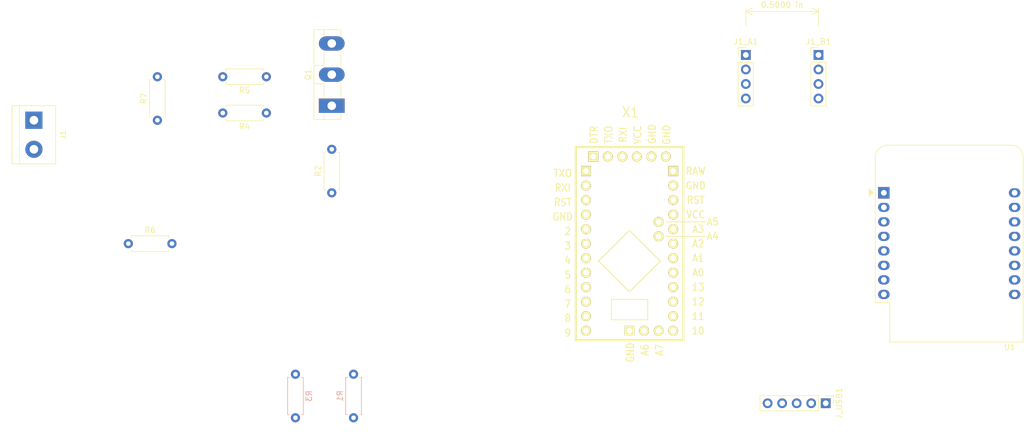
<source format=kicad_pcb>
(kicad_pcb (version 20171130) (host pcbnew 5.1.4+dfsg1-1)

  (general
    (thickness 1.6)
    (drawings 1)
    (tracks 0)
    (zones 0)
    (modules 14)
    (nets 54)
  )

  (page A4)
  (layers
    (0 F.Cu signal)
    (31 B.Cu signal)
    (32 B.Adhes user)
    (33 F.Adhes user)
    (34 B.Paste user)
    (35 F.Paste user)
    (36 B.SilkS user)
    (37 F.SilkS user)
    (38 B.Mask user)
    (39 F.Mask user)
    (40 Dwgs.User user)
    (41 Cmts.User user)
    (42 Eco1.User user)
    (43 Eco2.User user)
    (44 Edge.Cuts user)
    (45 Margin user)
    (46 B.CrtYd user)
    (47 F.CrtYd user)
    (48 B.Fab user)
    (49 F.Fab user)
  )

  (setup
    (last_trace_width 0.25)
    (trace_clearance 0.2)
    (zone_clearance 0.508)
    (zone_45_only no)
    (trace_min 0.2)
    (via_size 0.8)
    (via_drill 0.4)
    (via_min_size 0.4)
    (via_min_drill 0.3)
    (uvia_size 0.3)
    (uvia_drill 0.1)
    (uvias_allowed no)
    (uvia_min_size 0.2)
    (uvia_min_drill 0.1)
    (edge_width 0.05)
    (segment_width 0.2)
    (pcb_text_width 0.3)
    (pcb_text_size 1.5 1.5)
    (mod_edge_width 0.12)
    (mod_text_size 1 1)
    (mod_text_width 0.15)
    (pad_size 1.524 1.524)
    (pad_drill 0.762)
    (pad_to_mask_clearance 0.051)
    (solder_mask_min_width 0.25)
    (aux_axis_origin 0 0)
    (visible_elements FFFFFF7F)
    (pcbplotparams
      (layerselection 0x010fc_ffffffff)
      (usegerberextensions false)
      (usegerberattributes false)
      (usegerberadvancedattributes false)
      (creategerberjobfile false)
      (excludeedgelayer true)
      (linewidth 0.100000)
      (plotframeref false)
      (viasonmask false)
      (mode 1)
      (useauxorigin false)
      (hpglpennumber 1)
      (hpglpenspeed 20)
      (hpglpendiameter 15.000000)
      (psnegative false)
      (psa4output false)
      (plotreference true)
      (plotvalue true)
      (plotinvisibletext false)
      (padsonsilk false)
      (subtractmaskfromsilk false)
      (outputformat 1)
      (mirror false)
      (drillshape 1)
      (scaleselection 1)
      (outputdirectory ""))
  )

  (net 0 "")
  (net 1 "Net-(U1-Pad2)")
  (net 2 "Net-(U1-Pad1)")
  (net 3 "Net-(U1-Pad3)")
  (net 4 "Net-(U1-Pad4)")
  (net 5 "Net-(U1-Pad5)")
  (net 6 "Net-(U1-Pad6)")
  (net 7 "Net-(U1-Pad7)")
  (net 8 "Net-(U1-Pad11)")
  (net 9 "Net-(U1-Pad12)")
  (net 10 "Net-(U1-Pad13)")
  (net 11 "Net-(U1-Pad14)")
  (net 12 "Net-(X1-Pad12A)")
  (net 13 "Net-(X1-Pad3B)")
  (net 14 "Net-(X1-Pad1B)")
  (net 15 "Net-(X1-Pad6C)")
  (net 16 "Net-(X1-Pad5C)")
  (net 17 "Net-(X1-Pad4C)")
  (net 18 "Net-(X1-Pad3C)")
  (net 19 "Net-(X1-Pad2C)")
  (net 20 "Net-(X1-Pad1C)")
  (net 21 "Net-(X1-Pad11A)")
  (net 22 "Net-(X1-Pad9A)")
  (net 23 "Net-(X1-Pad10A)")
  (net 24 "Net-(X1-Pad6A)")
  (net 25 "Net-(X1-Pad5A)")
  (net 26 "Net-(X1-Pad7A)")
  (net 27 "Net-(X1-Pad8A)")
  (net 28 "Net-(X1-Pad3A)")
  (net 29 "Net-(X1-Pad1A)")
  (net 30 "Net-(X1-Pad3D)")
  (net 31 "Net-(X1-Pad7D)")
  (net 32 "Net-(X1-Pad5D)")
  (net 33 "Net-(X1-Pad6D)")
  (net 34 "Net-(X1-Pad11D)")
  (net 35 "Net-(X1-Pad12D)")
  (net 36 "Net-(X1-Pad5B)")
  (net 37 "Net-(X1-Pad4B)")
  (net 38 "Net-(J1-Pad1)")
  (net 39 GND)
  (net 40 "Net-(R1-Pad1)")
  (net 41 VCC)
  (net 42 "Net-(R2-Pad1)")
  (net 43 "Net-(Q1-Pad1)")
  (net 44 "Net-(Q1-Pad2)")
  (net 45 "Net-(R6-Pad2)")
  (net 46 "Net-(J1_A1-Pad3)")
  (net 47 "Net-(J1_A1-Pad2)")
  (net 48 "Net-(J1_B1-Pad3)")
  (net 49 "Net-(J1_B1-Pad2)")
  (net 50 "Net-(J1_B1-Pad1)")
  (net 51 "Net-(J_USB1-Pad4)")
  (net 52 "Net-(J_USB1-Pad3)")
  (net 53 "Net-(J_USB1-Pad2)")

  (net_class Default "Dies ist die voreingestellte Netzklasse."
    (clearance 0.2)
    (trace_width 0.25)
    (via_dia 0.8)
    (via_drill 0.4)
    (uvia_dia 0.3)
    (uvia_drill 0.1)
    (add_net GND)
    (add_net "Net-(J1-Pad1)")
    (add_net "Net-(J1_A1-Pad2)")
    (add_net "Net-(J1_A1-Pad3)")
    (add_net "Net-(J1_B1-Pad1)")
    (add_net "Net-(J1_B1-Pad2)")
    (add_net "Net-(J1_B1-Pad3)")
    (add_net "Net-(J_USB1-Pad2)")
    (add_net "Net-(J_USB1-Pad3)")
    (add_net "Net-(J_USB1-Pad4)")
    (add_net "Net-(Q1-Pad1)")
    (add_net "Net-(Q1-Pad2)")
    (add_net "Net-(R1-Pad1)")
    (add_net "Net-(R2-Pad1)")
    (add_net "Net-(R6-Pad2)")
    (add_net "Net-(U1-Pad1)")
    (add_net "Net-(U1-Pad11)")
    (add_net "Net-(U1-Pad12)")
    (add_net "Net-(U1-Pad13)")
    (add_net "Net-(U1-Pad14)")
    (add_net "Net-(U1-Pad2)")
    (add_net "Net-(U1-Pad3)")
    (add_net "Net-(U1-Pad4)")
    (add_net "Net-(U1-Pad5)")
    (add_net "Net-(U1-Pad6)")
    (add_net "Net-(U1-Pad7)")
    (add_net "Net-(X1-Pad10A)")
    (add_net "Net-(X1-Pad11A)")
    (add_net "Net-(X1-Pad11D)")
    (add_net "Net-(X1-Pad12A)")
    (add_net "Net-(X1-Pad12D)")
    (add_net "Net-(X1-Pad1A)")
    (add_net "Net-(X1-Pad1B)")
    (add_net "Net-(X1-Pad1C)")
    (add_net "Net-(X1-Pad2C)")
    (add_net "Net-(X1-Pad3A)")
    (add_net "Net-(X1-Pad3B)")
    (add_net "Net-(X1-Pad3C)")
    (add_net "Net-(X1-Pad3D)")
    (add_net "Net-(X1-Pad4B)")
    (add_net "Net-(X1-Pad4C)")
    (add_net "Net-(X1-Pad5A)")
    (add_net "Net-(X1-Pad5B)")
    (add_net "Net-(X1-Pad5C)")
    (add_net "Net-(X1-Pad5D)")
    (add_net "Net-(X1-Pad6A)")
    (add_net "Net-(X1-Pad6C)")
    (add_net "Net-(X1-Pad6D)")
    (add_net "Net-(X1-Pad7A)")
    (add_net "Net-(X1-Pad7D)")
    (add_net "Net-(X1-Pad8A)")
    (add_net "Net-(X1-Pad9A)")
    (add_net VCC)
  )

  (module Connector_PinHeader_2.54mm:PinHeader_1x05_P2.54mm_Vertical (layer F.Cu) (tedit 59FED5CC) (tstamp 5E35F209)
    (at 207.01 95.25 270)
    (descr "Through hole straight pin header, 1x05, 2.54mm pitch, single row")
    (tags "Through hole pin header THT 1x05 2.54mm single row")
    (path /5E3B2E3A)
    (fp_text reference J_USB1 (at 0 -2.33 90) (layer F.SilkS)
      (effects (font (size 1 1) (thickness 0.15)))
    )
    (fp_text value Conn_01x05_Male (at 0 12.49 90) (layer F.Fab)
      (effects (font (size 1 1) (thickness 0.15)))
    )
    (fp_text user %R (at 0 5.08) (layer F.Fab)
      (effects (font (size 1 1) (thickness 0.15)))
    )
    (fp_line (start 1.8 -1.8) (end -1.8 -1.8) (layer F.CrtYd) (width 0.05))
    (fp_line (start 1.8 11.95) (end 1.8 -1.8) (layer F.CrtYd) (width 0.05))
    (fp_line (start -1.8 11.95) (end 1.8 11.95) (layer F.CrtYd) (width 0.05))
    (fp_line (start -1.8 -1.8) (end -1.8 11.95) (layer F.CrtYd) (width 0.05))
    (fp_line (start -1.33 -1.33) (end 0 -1.33) (layer F.SilkS) (width 0.12))
    (fp_line (start -1.33 0) (end -1.33 -1.33) (layer F.SilkS) (width 0.12))
    (fp_line (start -1.33 1.27) (end 1.33 1.27) (layer F.SilkS) (width 0.12))
    (fp_line (start 1.33 1.27) (end 1.33 11.49) (layer F.SilkS) (width 0.12))
    (fp_line (start -1.33 1.27) (end -1.33 11.49) (layer F.SilkS) (width 0.12))
    (fp_line (start -1.33 11.49) (end 1.33 11.49) (layer F.SilkS) (width 0.12))
    (fp_line (start -1.27 -0.635) (end -0.635 -1.27) (layer F.Fab) (width 0.1))
    (fp_line (start -1.27 11.43) (end -1.27 -0.635) (layer F.Fab) (width 0.1))
    (fp_line (start 1.27 11.43) (end -1.27 11.43) (layer F.Fab) (width 0.1))
    (fp_line (start 1.27 -1.27) (end 1.27 11.43) (layer F.Fab) (width 0.1))
    (fp_line (start -0.635 -1.27) (end 1.27 -1.27) (layer F.Fab) (width 0.1))
    (pad 5 thru_hole oval (at 0 10.16 270) (size 1.7 1.7) (drill 1) (layers *.Cu *.Mask)
      (net 39 GND))
    (pad 4 thru_hole oval (at 0 7.62 270) (size 1.7 1.7) (drill 1) (layers *.Cu *.Mask)
      (net 51 "Net-(J_USB1-Pad4)"))
    (pad 3 thru_hole oval (at 0 5.08 270) (size 1.7 1.7) (drill 1) (layers *.Cu *.Mask)
      (net 52 "Net-(J_USB1-Pad3)"))
    (pad 2 thru_hole oval (at 0 2.54 270) (size 1.7 1.7) (drill 1) (layers *.Cu *.Mask)
      (net 53 "Net-(J_USB1-Pad2)"))
    (pad 1 thru_hole rect (at 0 0 270) (size 1.7 1.7) (drill 1) (layers *.Cu *.Mask)
      (net 41 VCC))
    (model ${KISYS3DMOD}/Connector_PinHeader_2.54mm.3dshapes/PinHeader_1x05_P2.54mm_Vertical.wrl
      (at (xyz 0 0 0))
      (scale (xyz 1 1 1))
      (rotate (xyz 0 0 0))
    )
  )

  (module Connector_PinHeader_2.54mm:PinHeader_1x04_P2.54mm_Vertical (layer F.Cu) (tedit 59FED5CC) (tstamp 5E35EB21)
    (at 205.74 34.29)
    (descr "Through hole straight pin header, 1x04, 2.54mm pitch, single row")
    (tags "Through hole pin header THT 1x04 2.54mm single row")
    (path /5E3646F9)
    (fp_text reference J1_B1 (at 0 -2.33) (layer F.SilkS)
      (effects (font (size 1 1) (thickness 0.15)))
    )
    (fp_text value Conn_01x04_Female (at 0 9.95) (layer F.Fab)
      (effects (font (size 1 1) (thickness 0.15)))
    )
    (fp_text user %R (at 0 3.81 90) (layer F.Fab)
      (effects (font (size 1 1) (thickness 0.15)))
    )
    (fp_line (start 1.8 -1.8) (end -1.8 -1.8) (layer F.CrtYd) (width 0.05))
    (fp_line (start 1.8 9.4) (end 1.8 -1.8) (layer F.CrtYd) (width 0.05))
    (fp_line (start -1.8 9.4) (end 1.8 9.4) (layer F.CrtYd) (width 0.05))
    (fp_line (start -1.8 -1.8) (end -1.8 9.4) (layer F.CrtYd) (width 0.05))
    (fp_line (start -1.33 -1.33) (end 0 -1.33) (layer F.SilkS) (width 0.12))
    (fp_line (start -1.33 0) (end -1.33 -1.33) (layer F.SilkS) (width 0.12))
    (fp_line (start -1.33 1.27) (end 1.33 1.27) (layer F.SilkS) (width 0.12))
    (fp_line (start 1.33 1.27) (end 1.33 8.95) (layer F.SilkS) (width 0.12))
    (fp_line (start -1.33 1.27) (end -1.33 8.95) (layer F.SilkS) (width 0.12))
    (fp_line (start -1.33 8.95) (end 1.33 8.95) (layer F.SilkS) (width 0.12))
    (fp_line (start -1.27 -0.635) (end -0.635 -1.27) (layer F.Fab) (width 0.1))
    (fp_line (start -1.27 8.89) (end -1.27 -0.635) (layer F.Fab) (width 0.1))
    (fp_line (start 1.27 8.89) (end -1.27 8.89) (layer F.Fab) (width 0.1))
    (fp_line (start 1.27 -1.27) (end 1.27 8.89) (layer F.Fab) (width 0.1))
    (fp_line (start -0.635 -1.27) (end 1.27 -1.27) (layer F.Fab) (width 0.1))
    (pad 4 thru_hole oval (at 0 7.62) (size 1.7 1.7) (drill 1) (layers *.Cu *.Mask)
      (net 39 GND))
    (pad 3 thru_hole oval (at 0 5.08) (size 1.7 1.7) (drill 1) (layers *.Cu *.Mask)
      (net 48 "Net-(J1_B1-Pad3)"))
    (pad 2 thru_hole oval (at 0 2.54) (size 1.7 1.7) (drill 1) (layers *.Cu *.Mask)
      (net 49 "Net-(J1_B1-Pad2)"))
    (pad 1 thru_hole rect (at 0 0) (size 1.7 1.7) (drill 1) (layers *.Cu *.Mask)
      (net 50 "Net-(J1_B1-Pad1)"))
    (model ${KISYS3DMOD}/Connector_PinHeader_2.54mm.3dshapes/PinHeader_1x04_P2.54mm_Vertical.wrl
      (at (xyz 0 0 0))
      (scale (xyz 1 1 1))
      (rotate (xyz 0 0 0))
    )
  )

  (module Connector_PinHeader_2.54mm:PinHeader_1x04_P2.54mm_Vertical (layer F.Cu) (tedit 59FED5CC) (tstamp 5E35EB09)
    (at 193.04 34.29)
    (descr "Through hole straight pin header, 1x04, 2.54mm pitch, single row")
    (tags "Through hole pin header THT 1x04 2.54mm single row")
    (path /5E361570)
    (fp_text reference J1_A1 (at 0 -2.33) (layer F.SilkS)
      (effects (font (size 1 1) (thickness 0.15)))
    )
    (fp_text value Conn_01x04_Female (at 0 9.95) (layer F.Fab)
      (effects (font (size 1 1) (thickness 0.15)))
    )
    (fp_text user %R (at 0 3.81 90) (layer F.Fab)
      (effects (font (size 1 1) (thickness 0.15)))
    )
    (fp_line (start 1.8 -1.8) (end -1.8 -1.8) (layer F.CrtYd) (width 0.05))
    (fp_line (start 1.8 9.4) (end 1.8 -1.8) (layer F.CrtYd) (width 0.05))
    (fp_line (start -1.8 9.4) (end 1.8 9.4) (layer F.CrtYd) (width 0.05))
    (fp_line (start -1.8 -1.8) (end -1.8 9.4) (layer F.CrtYd) (width 0.05))
    (fp_line (start -1.33 -1.33) (end 0 -1.33) (layer F.SilkS) (width 0.12))
    (fp_line (start -1.33 0) (end -1.33 -1.33) (layer F.SilkS) (width 0.12))
    (fp_line (start -1.33 1.27) (end 1.33 1.27) (layer F.SilkS) (width 0.12))
    (fp_line (start 1.33 1.27) (end 1.33 8.95) (layer F.SilkS) (width 0.12))
    (fp_line (start -1.33 1.27) (end -1.33 8.95) (layer F.SilkS) (width 0.12))
    (fp_line (start -1.33 8.95) (end 1.33 8.95) (layer F.SilkS) (width 0.12))
    (fp_line (start -1.27 -0.635) (end -0.635 -1.27) (layer F.Fab) (width 0.1))
    (fp_line (start -1.27 8.89) (end -1.27 -0.635) (layer F.Fab) (width 0.1))
    (fp_line (start 1.27 8.89) (end -1.27 8.89) (layer F.Fab) (width 0.1))
    (fp_line (start 1.27 -1.27) (end 1.27 8.89) (layer F.Fab) (width 0.1))
    (fp_line (start -0.635 -1.27) (end 1.27 -1.27) (layer F.Fab) (width 0.1))
    (pad 4 thru_hole oval (at 0 7.62) (size 1.7 1.7) (drill 1) (layers *.Cu *.Mask)
      (net 39 GND))
    (pad 3 thru_hole oval (at 0 5.08) (size 1.7 1.7) (drill 1) (layers *.Cu *.Mask)
      (net 46 "Net-(J1_A1-Pad3)"))
    (pad 2 thru_hole oval (at 0 2.54) (size 1.7 1.7) (drill 1) (layers *.Cu *.Mask)
      (net 47 "Net-(J1_A1-Pad2)"))
    (pad 1 thru_hole rect (at 0 0) (size 1.7 1.7) (drill 1) (layers *.Cu *.Mask)
      (net 41 VCC))
    (model ${KISYS3DMOD}/Connector_PinHeader_2.54mm.3dshapes/PinHeader_1x04_P2.54mm_Vertical.wrl
      (at (xyz 0 0 0))
      (scale (xyz 1 1 1))
      (rotate (xyz 0 0 0))
    )
  )

  (module Package_TO_SOT_THT:TO-3P-3_Vertical (layer F.Cu) (tedit 5AC8701B) (tstamp 5E075B93)
    (at 120.65 43.18 90)
    (descr "TO-3P-3, Vertical, RM 5.45mm, , see https://toshiba.semicon-storage.com/ap-en/design-support/package/detail.TO-3P(N).html")
    (tags "TO-3P-3 Vertical RM 5.45mm ")
    (path /5E09577C)
    (fp_text reference Q1 (at 5.45 -4.12 90) (layer F.SilkS)
      (effects (font (size 1 1) (thickness 0.15)))
    )
    (fp_text value Q_NPN_BCE (at 5.45 3.5 90) (layer F.Fab)
      (effects (font (size 1 1) (thickness 0.15)))
    )
    (fp_text user %R (at 5.45 -4.12 90) (layer F.Fab)
      (effects (font (size 1 1) (thickness 0.15)))
    )
    (fp_line (start 13.45 -3.25) (end -2.55 -3.25) (layer F.CrtYd) (width 0.05))
    (fp_line (start 13.45 2.5) (end 13.45 -3.25) (layer F.CrtYd) (width 0.05))
    (fp_line (start -2.55 2.5) (end 13.45 2.5) (layer F.CrtYd) (width 0.05))
    (fp_line (start -2.55 -3.25) (end -2.55 2.5) (layer F.CrtYd) (width 0.05))
    (fp_line (start 7.051 -3.12) (end 7.051 -1.38) (layer F.SilkS) (width 0.12))
    (fp_line (start 3.85 -3.12) (end 3.85 -1.38) (layer F.SilkS) (width 0.12))
    (fp_line (start 12.3 -1.38) (end 13.32 -1.38) (layer F.SilkS) (width 0.12))
    (fp_line (start 6.85 -1.38) (end 9.5 -1.38) (layer F.SilkS) (width 0.12))
    (fp_line (start 1.4 -1.38) (end 4.051 -1.38) (layer F.SilkS) (width 0.12))
    (fp_line (start -2.42 -1.38) (end -1.4 -1.38) (layer F.SilkS) (width 0.12))
    (fp_line (start 13.32 -3.12) (end 13.32 1.62) (layer F.SilkS) (width 0.12))
    (fp_line (start -2.42 -3.12) (end -2.42 1.62) (layer F.SilkS) (width 0.12))
    (fp_line (start 12.3 1.62) (end 13.32 1.62) (layer F.SilkS) (width 0.12))
    (fp_line (start 6.85 1.62) (end 9.5 1.62) (layer F.SilkS) (width 0.12))
    (fp_line (start 1.4 1.62) (end 4.051 1.62) (layer F.SilkS) (width 0.12))
    (fp_line (start -2.42 1.62) (end -1.4 1.62) (layer F.SilkS) (width 0.12))
    (fp_line (start -2.42 -3.12) (end 13.32 -3.12) (layer F.SilkS) (width 0.12))
    (fp_line (start 7.05 -3) (end 7.05 -1.5) (layer F.Fab) (width 0.1))
    (fp_line (start 3.85 -3) (end 3.85 -1.5) (layer F.Fab) (width 0.1))
    (fp_line (start -2.3 -1.5) (end 13.2 -1.5) (layer F.Fab) (width 0.1))
    (fp_line (start 13.2 -3) (end -2.3 -3) (layer F.Fab) (width 0.1))
    (fp_line (start 13.2 1.5) (end 13.2 -3) (layer F.Fab) (width 0.1))
    (fp_line (start -2.3 1.5) (end 13.2 1.5) (layer F.Fab) (width 0.1))
    (fp_line (start -2.3 -3) (end -2.3 1.5) (layer F.Fab) (width 0.1))
    (pad 3 thru_hole oval (at 10.9 0 90) (size 2.5 4.5) (drill 1.5) (layers *.Cu *.Mask)
      (net 39 GND))
    (pad 2 thru_hole oval (at 5.45 0 90) (size 2.5 4.5) (drill 1.5) (layers *.Cu *.Mask)
      (net 44 "Net-(Q1-Pad2)"))
    (pad 1 thru_hole rect (at 0 0 90) (size 2.5 4.5) (drill 1.5) (layers *.Cu *.Mask)
      (net 43 "Net-(Q1-Pad1)"))
    (model ${KISYS3DMOD}/Package_TO_SOT_THT.3dshapes/TO-3P-3_Vertical.wrl
      (at (xyz 0 0 0))
      (scale (xyz 1 1 1))
      (rotate (xyz 0 0 0))
    )
  )

  (module Module:WEMOS_D1_mini_light (layer F.Cu) (tedit 5BBFB1CE) (tstamp 5E077C41)
    (at 217.17 58.42)
    (descr "16-pin module, column spacing 22.86 mm (900 mils), https://wiki.wemos.cc/products:d1:d1_mini, https://c1.staticflickr.com/1/734/31400410271_f278b087db_z.jpg")
    (tags "ESP8266 WiFi microcontroller")
    (path /5E0720BD)
    (fp_text reference U1 (at 22 27) (layer F.SilkS)
      (effects (font (size 1 1) (thickness 0.15)))
    )
    (fp_text value WeMos_D1_mini (at 11.7 0) (layer F.Fab)
      (effects (font (size 1 1) (thickness 0.15)))
    )
    (fp_line (start 1.04 26.12) (end 24.36 26.12) (layer F.SilkS) (width 0.12))
    (fp_line (start -1.5 19.22) (end -1.5 -6.21) (layer F.SilkS) (width 0.12))
    (fp_line (start 24.36 26.12) (end 24.36 -6.21) (layer F.SilkS) (width 0.12))
    (fp_line (start 22.24 -8.34) (end 0.63 -8.34) (layer F.SilkS) (width 0.12))
    (fp_line (start 1.17 25.99) (end 24.23 25.99) (layer F.Fab) (width 0.1))
    (fp_line (start 24.23 25.99) (end 24.23 -6.21) (layer F.Fab) (width 0.1))
    (fp_line (start 22.23 -8.21) (end 0.63 -8.21) (layer F.Fab) (width 0.1))
    (fp_line (start -1.37 1) (end -1.37 19.09) (layer F.Fab) (width 0.1))
    (fp_text user %R (at 11.43 10) (layer F.Fab)
      (effects (font (size 1 1) (thickness 0.15)))
    )
    (fp_line (start -1.62 -8.46) (end 24.48 -8.46) (layer F.CrtYd) (width 0.05))
    (fp_line (start 24.48 -8.41) (end 24.48 26.24) (layer F.CrtYd) (width 0.05))
    (fp_line (start 24.48 26.24) (end -1.62 26.24) (layer F.CrtYd) (width 0.05))
    (fp_line (start -1.62 26.24) (end -1.62 -8.46) (layer F.CrtYd) (width 0.05))
    (fp_poly (pts (xy -2.54 -0.635) (xy -2.54 0.635) (xy -1.905 0)) (layer F.SilkS) (width 0.15))
    (fp_line (start -1.35 -1.4) (end 24.25 -1.4) (layer Dwgs.User) (width 0.1))
    (fp_line (start 24.25 -1.4) (end 24.25 -8.2) (layer Dwgs.User) (width 0.1))
    (fp_line (start 24.25 -8.2) (end -1.35 -8.2) (layer Dwgs.User) (width 0.1))
    (fp_line (start -1.35 -8.2) (end -1.35 -1.4) (layer Dwgs.User) (width 0.1))
    (fp_line (start -1.35 -1.4) (end 5.45 -8.2) (layer Dwgs.User) (width 0.1))
    (fp_line (start 0.65 -1.4) (end 7.45 -8.2) (layer Dwgs.User) (width 0.1))
    (fp_line (start 2.65 -1.4) (end 9.45 -8.2) (layer Dwgs.User) (width 0.1))
    (fp_line (start 4.65 -1.4) (end 11.45 -8.2) (layer Dwgs.User) (width 0.1))
    (fp_line (start 6.65 -1.4) (end 13.45 -8.2) (layer Dwgs.User) (width 0.1))
    (fp_line (start 8.65 -1.4) (end 15.45 -8.2) (layer Dwgs.User) (width 0.1))
    (fp_line (start 10.65 -1.4) (end 17.45 -8.2) (layer Dwgs.User) (width 0.1))
    (fp_line (start 12.65 -1.4) (end 19.45 -8.2) (layer Dwgs.User) (width 0.1))
    (fp_line (start 14.65 -1.4) (end 21.45 -8.2) (layer Dwgs.User) (width 0.1))
    (fp_line (start 16.65 -1.4) (end 23.45 -8.2) (layer Dwgs.User) (width 0.1))
    (fp_line (start 18.65 -1.4) (end 24.25 -7) (layer Dwgs.User) (width 0.1))
    (fp_line (start 20.65 -1.4) (end 24.25 -5) (layer Dwgs.User) (width 0.1))
    (fp_line (start 22.65 -1.4) (end 24.25 -3) (layer Dwgs.User) (width 0.1))
    (fp_line (start -1.35 -3.4) (end 3.45 -8.2) (layer Dwgs.User) (width 0.1))
    (fp_line (start -1.3 -5.45) (end 1.45 -8.2) (layer Dwgs.User) (width 0.1))
    (fp_line (start -1.35 -7.4) (end -0.55 -8.2) (layer Dwgs.User) (width 0.1))
    (fp_line (start -1.37 19.09) (end 1.17 19.09) (layer F.Fab) (width 0.1))
    (fp_line (start 1.17 19.09) (end 1.17 25.99) (layer F.Fab) (width 0.1))
    (fp_line (start -1.37 -6.21) (end -1.37 -1) (layer F.Fab) (width 0.1))
    (fp_line (start -1.37 1) (end -0.37 0) (layer F.Fab) (width 0.1))
    (fp_line (start -0.37 0) (end -1.37 -1) (layer F.Fab) (width 0.1))
    (fp_arc (start 0.63 -6.21) (end 0.63 -8.21) (angle -90) (layer F.Fab) (width 0.1))
    (fp_arc (start 22.23 -6.21) (end 24.23 -6.19) (angle -90) (layer F.Fab) (width 0.1))
    (fp_line (start -1.5 19.22) (end 1.04 19.22) (layer F.SilkS) (width 0.12))
    (fp_line (start 1.04 19.22) (end 1.04 26.12) (layer F.SilkS) (width 0.12))
    (fp_arc (start 0.63 -6.21) (end 0.63 -8.34) (angle -90) (layer F.SilkS) (width 0.12))
    (fp_arc (start 22.23 -6.21) (end 24.36 -6.21) (angle -90) (layer F.SilkS) (width 0.12))
    (fp_text user "KEEP OUT" (at 11.43 -6.35) (layer Cmts.User)
      (effects (font (size 1 1) (thickness 0.15)))
    )
    (fp_text user "No copper" (at 11.43 -3.81) (layer Cmts.User)
      (effects (font (size 1 1) (thickness 0.15)))
    )
    (pad 2 thru_hole oval (at 0 2.54) (size 2 1.6) (drill 1) (layers *.Cu *.Mask)
      (net 1 "Net-(U1-Pad2)"))
    (pad 1 thru_hole rect (at 0 0) (size 2 2) (drill 1) (layers *.Cu *.Mask)
      (net 2 "Net-(U1-Pad1)"))
    (pad 3 thru_hole oval (at 0 5.08) (size 2 1.6) (drill 1) (layers *.Cu *.Mask)
      (net 3 "Net-(U1-Pad3)"))
    (pad 4 thru_hole oval (at 0 7.62) (size 2 1.6) (drill 1) (layers *.Cu *.Mask)
      (net 4 "Net-(U1-Pad4)"))
    (pad 5 thru_hole oval (at 0 10.16) (size 2 1.6) (drill 1) (layers *.Cu *.Mask)
      (net 5 "Net-(U1-Pad5)"))
    (pad 6 thru_hole oval (at 0 12.7) (size 2 1.6) (drill 1) (layers *.Cu *.Mask)
      (net 6 "Net-(U1-Pad6)"))
    (pad 7 thru_hole oval (at 0 15.24) (size 2 1.6) (drill 1) (layers *.Cu *.Mask)
      (net 7 "Net-(U1-Pad7)"))
    (pad 8 thru_hole oval (at 0 17.78) (size 2 1.6) (drill 1) (layers *.Cu *.Mask)
      (net 50 "Net-(J1_B1-Pad1)"))
    (pad 9 thru_hole oval (at 22.86 17.78) (size 2 1.6) (drill 1) (layers *.Cu *.Mask)
      (net 41 VCC))
    (pad 10 thru_hole oval (at 22.86 15.24) (size 2 1.6) (drill 1) (layers *.Cu *.Mask)
      (net 39 GND))
    (pad 11 thru_hole oval (at 22.86 12.7) (size 2 1.6) (drill 1) (layers *.Cu *.Mask)
      (net 8 "Net-(U1-Pad11)"))
    (pad 12 thru_hole oval (at 22.86 10.16) (size 2 1.6) (drill 1) (layers *.Cu *.Mask)
      (net 9 "Net-(U1-Pad12)"))
    (pad 13 thru_hole oval (at 22.86 7.62) (size 2 1.6) (drill 1) (layers *.Cu *.Mask)
      (net 10 "Net-(U1-Pad13)"))
    (pad 14 thru_hole oval (at 22.86 5.08) (size 2 1.6) (drill 1) (layers *.Cu *.Mask)
      (net 11 "Net-(U1-Pad14)"))
    (pad 15 thru_hole oval (at 22.86 2.54) (size 2 1.6) (drill 1) (layers *.Cu *.Mask)
      (net 49 "Net-(J1_B1-Pad2)"))
    (pad 16 thru_hole oval (at 22.86 0) (size 2 1.6) (drill 1) (layers *.Cu *.Mask)
      (net 48 "Net-(J1_B1-Pad3)"))
    (model ${KISYS3DMOD}/Module.3dshapes/WEMOS_D1_mini_light.wrl
      (at (xyz 0 0 0))
      (scale (xyz 1 1 1))
      (rotate (xyz 0 0 0))
    )
    (model ${KISYS3DMOD}/Connector_PinHeader_2.54mm.3dshapes/PinHeader_1x08_P2.54mm_Vertical.wrl
      (offset (xyz 0 0 9.5))
      (scale (xyz 1 1 1))
      (rotate (xyz 0 -180 0))
    )
    (model ${KISYS3DMOD}/Connector_PinHeader_2.54mm.3dshapes/PinHeader_1x08_P2.54mm_Vertical.wrl
      (offset (xyz 22.86 0 9.5))
      (scale (xyz 1 1 1))
      (rotate (xyz 0 -180 0))
    )
    (model ${KISYS3DMOD}/Connector_PinSocket_2.54mm.3dshapes/PinSocket_1x08_P2.54mm_Vertical.wrl
      (at (xyz 0 0 0))
      (scale (xyz 1 1 1))
      (rotate (xyz 0 0 0))
    )
    (model ${KISYS3DMOD}/Connector_PinSocket_2.54mm.3dshapes/PinSocket_1x08_P2.54mm_Vertical.wrl
      (offset (xyz 22.86 0 0))
      (scale (xyz 1 1 1))
      (rotate (xyz 0 0 0))
    )
  )

  (module Arduino:Arduino_Pro_Mini (layer F.Cu) (tedit 567084E6) (tstamp 5E077C99)
    (at 172.72 67.31)
    (descr "Arduino Pro Mini")
    (tags "Arduino Pro Mini")
    (path /5E076729)
    (fp_text reference X1 (at 0.127 -22.987) (layer F.SilkS)
      (effects (font (size 1.778 1.524) (thickness 0.2032)))
    )
    (fp_text value Arduino_Pro_Mini (at 0 -11.557 180) (layer F.Fab)
      (effects (font (size 1.016 1.016) (thickness 0.1016)))
    )
    (fp_line (start -9.398 16.891) (end -9.398 -16.891) (layer F.SilkS) (width 0.381))
    (fp_line (start 9.398 16.891) (end -9.398 16.891) (layer F.SilkS) (width 0.381))
    (fp_line (start 9.398 -16.891) (end 9.398 16.891) (layer F.SilkS) (width 0.381))
    (fp_line (start -9.398 -16.891) (end 9.398 -16.891) (layer F.SilkS) (width 0.381))
    (fp_text user DTR (at -6.223 -19.05 90) (layer F.SilkS)
      (effects (font (size 1.27 1.143) (thickness 0.1778)))
    )
    (fp_text user TXO (at -3.683 -19.05 90) (layer F.SilkS)
      (effects (font (size 1.27 1.143) (thickness 0.1905)))
    )
    (fp_text user RXI (at -1.143 -19.05 90) (layer F.SilkS)
      (effects (font (size 1.27 1.143) (thickness 0.1905)))
    )
    (fp_text user VCC (at 1.397 -19.05 90) (layer F.SilkS)
      (effects (font (size 1.27 1.143) (thickness 0.1905)))
    )
    (fp_text user GND (at 3.937 -19.177 90) (layer F.SilkS)
      (effects (font (size 1.27 1.143) (thickness 0.1905)))
    )
    (fp_text user GND (at 6.477 -19.05 90) (layer F.SilkS)
      (effects (font (size 1.27 1.143) (thickness 0.1905)))
    )
    (fp_text user GND (at 0.127 19.05 90) (layer F.SilkS)
      (effects (font (size 1.27 1.143) (thickness 0.1905)))
    )
    (fp_text user " A6" (at 2.667 19.05 90) (layer F.SilkS)
      (effects (font (size 1.27 1.143) (thickness 0.1905)))
    )
    (fp_text user " A7" (at 5.207 19.05 90) (layer F.SilkS)
      (effects (font (size 1.27 1.143) (thickness 0.1905)))
    )
    (fp_text user " 10" (at 11.557 15.24) (layer F.SilkS)
      (effects (font (size 1.27 1.143) (thickness 0.1905)))
    )
    (fp_line (start -5.414456 3.058895) (end -0.026303 8.447049) (layer F.SilkS) (width 0.1778))
    (fp_line (start -0.026303 8.447049) (end 5.361851 3.058895) (layer F.SilkS) (width 0.1778))
    (fp_line (start -0.026303 -2.329259) (end 5.361851 3.058895) (layer F.SilkS) (width 0.1778))
    (fp_line (start -5.414456 3.058895) (end -0.026303 -2.329259) (layer F.SilkS) (width 0.1778))
    (fp_line (start -3.175 9.779) (end -3.175 13.335) (layer F.SilkS) (width 0.1524))
    (fp_line (start -3.175 13.335) (end 3.175 13.335) (layer F.SilkS) (width 0.1524))
    (fp_line (start 3.175 9.779) (end 3.175 13.335) (layer F.SilkS) (width 0.1524))
    (fp_line (start 3.175 9.779) (end -3.175 9.779) (layer F.SilkS) (width 0.1524))
    (fp_text user " 11" (at 11.557 12.7) (layer F.SilkS)
      (effects (font (size 1.27 1.143) (thickness 0.1905)))
    )
    (fp_text user " 12" (at 11.557 10.16) (layer F.SilkS)
      (effects (font (size 1.27 1.143) (thickness 0.1905)))
    )
    (fp_text user " 13" (at 11.557 7.62) (layer F.SilkS)
      (effects (font (size 1.27 1.143) (thickness 0.1905)))
    )
    (fp_text user " A0" (at 11.557 5.08) (layer F.SilkS)
      (effects (font (size 1.27 1.143) (thickness 0.1905)))
    )
    (fp_text user " A1" (at 11.557 2.54) (layer F.SilkS)
      (effects (font (size 1.27 1.143) (thickness 0.1905)))
    )
    (fp_text user RAW (at 11.557 -12.7) (layer F.SilkS)
      (effects (font (size 1.27 1.143) (thickness 0.1905)))
    )
    (fp_text user GND (at 11.557 -10.16) (layer F.SilkS)
      (effects (font (size 1.27 1.143) (thickness 0.1905)))
    )
    (fp_text user RST (at 11.557 -7.62) (layer F.SilkS)
      (effects (font (size 1.27 1.143) (thickness 0.1905)))
    )
    (fp_text user VCC (at 11.557 -5.08) (layer F.SilkS)
      (effects (font (size 1.27 1.143) (thickness 0.1905)))
    )
    (fp_text user " A3" (at 11.557 -2.54) (layer F.SilkS)
      (effects (font (size 1.27 1.143) (thickness 0.1905)))
    )
    (fp_text user " A2" (at 11.557 0) (layer F.SilkS)
      (effects (font (size 1.27 1.143) (thickness 0.1905)))
    )
    (fp_text user "  3" (at -11.684 0.381) (layer F.SilkS)
      (effects (font (size 1.27 1.143) (thickness 0.1905)))
    )
    (fp_text user "  2" (at -11.684 -2.159) (layer F.SilkS)
      (effects (font (size 1.27 1.143) (thickness 0.1905)))
    )
    (fp_text user GND (at -11.684 -4.699) (layer F.SilkS)
      (effects (font (size 1.27 1.143) (thickness 0.1905)))
    )
    (fp_text user RST (at -11.684 -7.239) (layer F.SilkS)
      (effects (font (size 1.27 1.143) (thickness 0.1905)))
    )
    (fp_text user RXI (at -11.684 -9.779) (layer F.SilkS)
      (effects (font (size 1.27 1.143) (thickness 0.1905)))
    )
    (fp_text user TXO (at -11.684 -12.319) (layer F.SilkS)
      (effects (font (size 1.27 1.143) (thickness 0.1905)))
    )
    (fp_text user "  4" (at -11.684 2.921) (layer F.SilkS)
      (effects (font (size 1.27 1.143) (thickness 0.1905)))
    )
    (fp_text user "  5" (at -11.684 5.461) (layer F.SilkS)
      (effects (font (size 1.27 1.143) (thickness 0.1905)))
    )
    (fp_text user "  6" (at -11.684 8.001) (layer F.SilkS)
      (effects (font (size 1.27 1.143) (thickness 0.1905)))
    )
    (fp_text user "  7" (at -11.684 10.541) (layer F.SilkS)
      (effects (font (size 1.27 1.143) (thickness 0.1905)))
    )
    (fp_text user "  8" (at -11.684 13.081) (layer F.SilkS)
      (effects (font (size 1.27 1.143) (thickness 0.1905)))
    )
    (fp_text user "  9" (at -11.684 15.621) (layer F.SilkS)
      (effects (font (size 1.27 1.143) (thickness 0.1905)))
    )
    (fp_text user " A4" (at 14.097 -1.27) (layer F.SilkS)
      (effects (font (size 1.27 1.143) (thickness 0.1905)))
    )
    (fp_text user " A5" (at 14.097 -3.81) (layer F.SilkS)
      (effects (font (size 1.27 1.143) (thickness 0.1905)))
    )
    (fp_line (start 6.35 -3.81) (end 13.335 -3.81) (layer F.SilkS) (width 0.1524))
    (fp_line (start 6.35 -1.27) (end 13.335 -1.27) (layer F.SilkS) (width 0.1524))
    (pad 12A thru_hole circle (at 7.62 15.24) (size 1.7272 1.7272) (drill 1.016) (layers *.Cu *.Mask F.SilkS)
      (net 12 "Net-(X1-Pad12A)"))
    (pad 3B thru_hole circle (at 5.08 15.24) (size 1.7272 1.7272) (drill 1.016) (layers *.Cu *.Mask F.SilkS)
      (net 13 "Net-(X1-Pad3B)"))
    (pad 2B thru_hole circle (at 2.54 15.24) (size 1.7272 1.7272) (drill 1.016) (layers *.Cu *.Mask F.SilkS)
      (net 40 "Net-(R1-Pad1)"))
    (pad 1B thru_hole rect (at 0 15.24) (size 1.7272 1.7272) (drill 1.016) (layers *.Cu *.Mask F.SilkS)
      (net 14 "Net-(X1-Pad1B)"))
    (pad 6C thru_hole circle (at 6.35 -15.24) (size 1.7272 1.7272) (drill 1.016) (layers *.Cu *.Mask F.SilkS)
      (net 15 "Net-(X1-Pad6C)"))
    (pad 5C thru_hole circle (at 3.81 -15.24) (size 1.7272 1.7272) (drill 1.016) (layers *.Cu *.Mask F.SilkS)
      (net 16 "Net-(X1-Pad5C)"))
    (pad 4C thru_hole circle (at 1.27 -15.24) (size 1.7272 1.7272) (drill 1.016) (layers *.Cu *.Mask F.SilkS)
      (net 17 "Net-(X1-Pad4C)"))
    (pad 3C thru_hole circle (at -1.27 -15.24) (size 1.7272 1.7272) (drill 1.016) (layers *.Cu *.Mask F.SilkS)
      (net 18 "Net-(X1-Pad3C)"))
    (pad 2C thru_hole circle (at -3.81 -15.24) (size 1.7272 1.7272) (drill 1.016) (layers *.Cu *.Mask F.SilkS)
      (net 19 "Net-(X1-Pad2C)"))
    (pad 1C thru_hole rect (at -6.35 -15.24) (size 1.7272 1.7272) (drill 1.016) (layers *.Cu *.Mask F.SilkS)
      (net 20 "Net-(X1-Pad1C)"))
    (pad 11A thru_hole circle (at 7.62 12.7) (size 1.7272 1.7272) (drill 1.016) (layers *.Cu *.Mask F.SilkS)
      (net 21 "Net-(X1-Pad11A)"))
    (pad 9A thru_hole circle (at 7.62 7.62) (size 1.7272 1.7272) (drill 1.016) (layers *.Cu *.Mask F.SilkS)
      (net 22 "Net-(X1-Pad9A)"))
    (pad 10A thru_hole circle (at 7.62 10.16) (size 1.7272 1.7272) (drill 1.016) (layers *.Cu *.Mask F.SilkS)
      (net 23 "Net-(X1-Pad10A)"))
    (pad 6A thru_hole circle (at 7.62 0) (size 1.7272 1.7272) (drill 1.016) (layers *.Cu *.Mask F.SilkS)
      (net 24 "Net-(X1-Pad6A)"))
    (pad 5A thru_hole circle (at 7.62 -2.54) (size 1.7272 1.7272) (drill 1.016) (layers *.Cu *.Mask F.SilkS)
      (net 25 "Net-(X1-Pad5A)"))
    (pad 7A thru_hole circle (at 7.62 2.54) (size 1.7272 1.7272) (drill 1.016) (layers *.Cu *.Mask F.SilkS)
      (net 26 "Net-(X1-Pad7A)"))
    (pad 8A thru_hole circle (at 7.62 5.08) (size 1.7272 1.7272) (drill 1.016) (layers *.Cu *.Mask F.SilkS)
      (net 27 "Net-(X1-Pad8A)"))
    (pad 4A thru_hole circle (at 7.62 -5.08) (size 1.7272 1.7272) (drill 1.016) (layers *.Cu *.Mask F.SilkS)
      (net 41 VCC))
    (pad 3A thru_hole circle (at 7.62 -7.62) (size 1.7272 1.7272) (drill 1.016) (layers *.Cu *.Mask F.SilkS)
      (net 28 "Net-(X1-Pad3A)"))
    (pad 1A thru_hole rect (at 7.62 -12.7) (size 1.7272 1.7272) (drill 1.016) (layers *.Cu *.Mask F.SilkS)
      (net 29 "Net-(X1-Pad1A)"))
    (pad 2A thru_hole circle (at 7.62 -10.16) (size 1.7272 1.7272) (drill 1.016) (layers *.Cu *.Mask F.SilkS)
      (net 39 GND))
    (pad 2D thru_hole circle (at -7.62 -10.16) (size 1.7272 1.7272) (drill 1.016) (layers *.Cu *.Mask F.SilkS)
      (net 46 "Net-(J1_A1-Pad3)"))
    (pad 1D thru_hole rect (at -7.62 -12.7) (size 1.7272 1.7272) (drill 1.016) (layers *.Cu *.Mask F.SilkS)
      (net 47 "Net-(J1_A1-Pad2)"))
    (pad 3D thru_hole circle (at -7.62 -7.62) (size 1.7272 1.7272) (drill 1.016) (layers *.Cu *.Mask F.SilkS)
      (net 30 "Net-(X1-Pad3D)"))
    (pad 4D thru_hole circle (at -7.62 -5.08) (size 1.7272 1.7272) (drill 1.016) (layers *.Cu *.Mask F.SilkS)
      (net 39 GND))
    (pad 8D thru_hole circle (at -7.62 5.08) (size 1.7272 1.7272) (drill 1.016) (layers *.Cu *.Mask F.SilkS)
      (net 42 "Net-(R2-Pad1)"))
    (pad 7D thru_hole circle (at -7.62 2.54) (size 1.7272 1.7272) (drill 1.016) (layers *.Cu *.Mask F.SilkS)
      (net 31 "Net-(X1-Pad7D)"))
    (pad 5D thru_hole circle (at -7.62 -2.54) (size 1.7272 1.7272) (drill 1.016) (layers *.Cu *.Mask F.SilkS)
      (net 32 "Net-(X1-Pad5D)"))
    (pad 6D thru_hole circle (at -7.62 0) (size 1.7272 1.7272) (drill 1.016) (layers *.Cu *.Mask F.SilkS)
      (net 33 "Net-(X1-Pad6D)"))
    (pad 10D thru_hole circle (at -7.62 10.16) (size 1.7272 1.7272) (drill 1.016) (layers *.Cu *.Mask F.SilkS)
      (net 40 "Net-(R1-Pad1)"))
    (pad 9D thru_hole circle (at -7.62 7.62) (size 1.7272 1.7272) (drill 1.016) (layers *.Cu *.Mask F.SilkS)
      (net 45 "Net-(R6-Pad2)"))
    (pad 11D thru_hole circle (at -7.62 12.7) (size 1.7272 1.7272) (drill 1.016) (layers *.Cu *.Mask F.SilkS)
      (net 34 "Net-(X1-Pad11D)"))
    (pad 12D thru_hole circle (at -7.62 15.24) (size 1.7272 1.7272) (drill 1.016) (layers *.Cu *.Mask F.SilkS)
      (net 35 "Net-(X1-Pad12D)"))
    (pad 5B thru_hole circle (at 5.08 -3.81) (size 1.7272 1.7272) (drill 1.016) (layers *.Cu *.Mask F.SilkS)
      (net 36 "Net-(X1-Pad5B)"))
    (pad 4B thru_hole circle (at 5.08 -1.27) (size 1.7272 1.7272) (drill 1.016) (layers *.Cu *.Mask F.SilkS)
      (net 37 "Net-(X1-Pad4B)"))
  )

  (module TerminalBlock:TerminalBlock_bornier-2_P5.08mm (layer F.Cu) (tedit 59FF03AB) (tstamp 5E075688)
    (at 68.58 45.72 270)
    (descr "simple 2-pin terminal block, pitch 5.08mm, revamped version of bornier2")
    (tags "terminal block bornier2")
    (path /5E07B8D2)
    (fp_text reference J1 (at 2.54 -5.08 90) (layer F.SilkS)
      (effects (font (size 1 1) (thickness 0.15)))
    )
    (fp_text value Screw_Terminal_01x02 (at 2.54 5.08 90) (layer F.Fab)
      (effects (font (size 1 1) (thickness 0.15)))
    )
    (fp_text user %R (at 2.54 0 90) (layer F.Fab)
      (effects (font (size 1 1) (thickness 0.15)))
    )
    (fp_line (start -2.41 2.55) (end 7.49 2.55) (layer F.Fab) (width 0.1))
    (fp_line (start -2.46 -3.75) (end -2.46 3.75) (layer F.Fab) (width 0.1))
    (fp_line (start -2.46 3.75) (end 7.54 3.75) (layer F.Fab) (width 0.1))
    (fp_line (start 7.54 3.75) (end 7.54 -3.75) (layer F.Fab) (width 0.1))
    (fp_line (start 7.54 -3.75) (end -2.46 -3.75) (layer F.Fab) (width 0.1))
    (fp_line (start 7.62 2.54) (end -2.54 2.54) (layer F.SilkS) (width 0.12))
    (fp_line (start 7.62 3.81) (end 7.62 -3.81) (layer F.SilkS) (width 0.12))
    (fp_line (start 7.62 -3.81) (end -2.54 -3.81) (layer F.SilkS) (width 0.12))
    (fp_line (start -2.54 -3.81) (end -2.54 3.81) (layer F.SilkS) (width 0.12))
    (fp_line (start -2.54 3.81) (end 7.62 3.81) (layer F.SilkS) (width 0.12))
    (fp_line (start -2.71 -4) (end 7.79 -4) (layer F.CrtYd) (width 0.05))
    (fp_line (start -2.71 -4) (end -2.71 4) (layer F.CrtYd) (width 0.05))
    (fp_line (start 7.79 4) (end 7.79 -4) (layer F.CrtYd) (width 0.05))
    (fp_line (start 7.79 4) (end -2.71 4) (layer F.CrtYd) (width 0.05))
    (pad 1 thru_hole rect (at 0 0 270) (size 3 3) (drill 1.52) (layers *.Cu *.Mask)
      (net 38 "Net-(J1-Pad1)"))
    (pad 2 thru_hole circle (at 5.08 0 270) (size 3 3) (drill 1.52) (layers *.Cu *.Mask)
      (net 39 GND))
    (model ${KISYS3DMOD}/TerminalBlock.3dshapes/TerminalBlock_bornier-2_P5.08mm.wrl
      (offset (xyz 2.539999961853027 0 0))
      (scale (xyz 1 1 1))
      (rotate (xyz 0 0 0))
    )
  )

  (module Resistor_THT:R_Axial_DIN0207_L6.3mm_D2.5mm_P7.62mm_Horizontal (layer B.Cu) (tedit 5AE5139B) (tstamp 5E07569F)
    (at 124.46 90.17 270)
    (descr "Resistor, Axial_DIN0207 series, Axial, Horizontal, pin pitch=7.62mm, 0.25W = 1/4W, length*diameter=6.3*2.5mm^2, http://cdn-reichelt.de/documents/datenblatt/B400/1_4W%23YAG.pdf")
    (tags "Resistor Axial_DIN0207 series Axial Horizontal pin pitch 7.62mm 0.25W = 1/4W length 6.3mm diameter 2.5mm")
    (path /5E07F522)
    (fp_text reference R1 (at 3.81 2.37 270) (layer B.SilkS)
      (effects (font (size 1 1) (thickness 0.15)) (justify mirror))
    )
    (fp_text value 1k (at 3.81 -2.37 270) (layer B.Fab)
      (effects (font (size 1 1) (thickness 0.15)) (justify mirror))
    )
    (fp_line (start 0.66 1.25) (end 0.66 -1.25) (layer B.Fab) (width 0.1))
    (fp_line (start 0.66 -1.25) (end 6.96 -1.25) (layer B.Fab) (width 0.1))
    (fp_line (start 6.96 -1.25) (end 6.96 1.25) (layer B.Fab) (width 0.1))
    (fp_line (start 6.96 1.25) (end 0.66 1.25) (layer B.Fab) (width 0.1))
    (fp_line (start 0 0) (end 0.66 0) (layer B.Fab) (width 0.1))
    (fp_line (start 7.62 0) (end 6.96 0) (layer B.Fab) (width 0.1))
    (fp_line (start 0.54 1.04) (end 0.54 1.37) (layer B.SilkS) (width 0.12))
    (fp_line (start 0.54 1.37) (end 7.08 1.37) (layer B.SilkS) (width 0.12))
    (fp_line (start 7.08 1.37) (end 7.08 1.04) (layer B.SilkS) (width 0.12))
    (fp_line (start 0.54 -1.04) (end 0.54 -1.37) (layer B.SilkS) (width 0.12))
    (fp_line (start 0.54 -1.37) (end 7.08 -1.37) (layer B.SilkS) (width 0.12))
    (fp_line (start 7.08 -1.37) (end 7.08 -1.04) (layer B.SilkS) (width 0.12))
    (fp_line (start -1.05 1.5) (end -1.05 -1.5) (layer B.CrtYd) (width 0.05))
    (fp_line (start -1.05 -1.5) (end 8.67 -1.5) (layer B.CrtYd) (width 0.05))
    (fp_line (start 8.67 -1.5) (end 8.67 1.5) (layer B.CrtYd) (width 0.05))
    (fp_line (start 8.67 1.5) (end -1.05 1.5) (layer B.CrtYd) (width 0.05))
    (fp_text user %R (at 3.81 0 270) (layer B.Fab)
      (effects (font (size 1 1) (thickness 0.15)) (justify mirror))
    )
    (pad 1 thru_hole circle (at 0 0 270) (size 1.6 1.6) (drill 0.8) (layers *.Cu *.Mask)
      (net 40 "Net-(R1-Pad1)"))
    (pad 2 thru_hole oval (at 7.62 0 270) (size 1.6 1.6) (drill 0.8) (layers *.Cu *.Mask)
      (net 41 VCC))
    (model ${KISYS3DMOD}/Resistor_THT.3dshapes/R_Axial_DIN0207_L6.3mm_D2.5mm_P7.62mm_Horizontal.wrl
      (at (xyz 0 0 0))
      (scale (xyz 1 1 1))
      (rotate (xyz 0 0 0))
    )
  )

  (module Resistor_THT:R_Axial_DIN0207_L6.3mm_D2.5mm_P7.62mm_Horizontal (layer F.Cu) (tedit 5AE5139B) (tstamp 5E0756B6)
    (at 120.65 58.42 90)
    (descr "Resistor, Axial_DIN0207 series, Axial, Horizontal, pin pitch=7.62mm, 0.25W = 1/4W, length*diameter=6.3*2.5mm^2, http://cdn-reichelt.de/documents/datenblatt/B400/1_4W%23YAG.pdf")
    (tags "Resistor Axial_DIN0207 series Axial Horizontal pin pitch 7.62mm 0.25W = 1/4W length 6.3mm diameter 2.5mm")
    (path /5E0819EC)
    (fp_text reference R2 (at 3.81 -2.37 90) (layer F.SilkS)
      (effects (font (size 1 1) (thickness 0.15)))
    )
    (fp_text value 1k (at 3.81 2.37 90) (layer F.Fab)
      (effects (font (size 1 1) (thickness 0.15)))
    )
    (fp_line (start 0.66 -1.25) (end 0.66 1.25) (layer F.Fab) (width 0.1))
    (fp_line (start 0.66 1.25) (end 6.96 1.25) (layer F.Fab) (width 0.1))
    (fp_line (start 6.96 1.25) (end 6.96 -1.25) (layer F.Fab) (width 0.1))
    (fp_line (start 6.96 -1.25) (end 0.66 -1.25) (layer F.Fab) (width 0.1))
    (fp_line (start 0 0) (end 0.66 0) (layer F.Fab) (width 0.1))
    (fp_line (start 7.62 0) (end 6.96 0) (layer F.Fab) (width 0.1))
    (fp_line (start 0.54 -1.04) (end 0.54 -1.37) (layer F.SilkS) (width 0.12))
    (fp_line (start 0.54 -1.37) (end 7.08 -1.37) (layer F.SilkS) (width 0.12))
    (fp_line (start 7.08 -1.37) (end 7.08 -1.04) (layer F.SilkS) (width 0.12))
    (fp_line (start 0.54 1.04) (end 0.54 1.37) (layer F.SilkS) (width 0.12))
    (fp_line (start 0.54 1.37) (end 7.08 1.37) (layer F.SilkS) (width 0.12))
    (fp_line (start 7.08 1.37) (end 7.08 1.04) (layer F.SilkS) (width 0.12))
    (fp_line (start -1.05 -1.5) (end -1.05 1.5) (layer F.CrtYd) (width 0.05))
    (fp_line (start -1.05 1.5) (end 8.67 1.5) (layer F.CrtYd) (width 0.05))
    (fp_line (start 8.67 1.5) (end 8.67 -1.5) (layer F.CrtYd) (width 0.05))
    (fp_line (start 8.67 -1.5) (end -1.05 -1.5) (layer F.CrtYd) (width 0.05))
    (fp_text user %R (at 3.81 0 90) (layer F.Fab)
      (effects (font (size 1 1) (thickness 0.15)))
    )
    (pad 1 thru_hole circle (at 0 0 90) (size 1.6 1.6) (drill 0.8) (layers *.Cu *.Mask)
      (net 42 "Net-(R2-Pad1)"))
    (pad 2 thru_hole oval (at 7.62 0 90) (size 1.6 1.6) (drill 0.8) (layers *.Cu *.Mask)
      (net 43 "Net-(Q1-Pad1)"))
    (model ${KISYS3DMOD}/Resistor_THT.3dshapes/R_Axial_DIN0207_L6.3mm_D2.5mm_P7.62mm_Horizontal.wrl
      (at (xyz 0 0 0))
      (scale (xyz 1 1 1))
      (rotate (xyz 0 0 0))
    )
  )

  (module Resistor_THT:R_Axial_DIN0207_L6.3mm_D2.5mm_P7.62mm_Horizontal (layer B.Cu) (tedit 5AE5139B) (tstamp 5E0756CD)
    (at 114.3 97.79 90)
    (descr "Resistor, Axial_DIN0207 series, Axial, Horizontal, pin pitch=7.62mm, 0.25W = 1/4W, length*diameter=6.3*2.5mm^2, http://cdn-reichelt.de/documents/datenblatt/B400/1_4W%23YAG.pdf")
    (tags "Resistor Axial_DIN0207 series Axial Horizontal pin pitch 7.62mm 0.25W = 1/4W length 6.3mm diameter 2.5mm")
    (path /5E07F52C)
    (fp_text reference R3 (at 3.81 2.37 270) (layer B.SilkS)
      (effects (font (size 1 1) (thickness 0.15)) (justify mirror))
    )
    (fp_text value 1k (at 3.81 -2.37 270) (layer B.Fab)
      (effects (font (size 1 1) (thickness 0.15)) (justify mirror))
    )
    (fp_text user %R (at 3.81 0 270) (layer B.Fab)
      (effects (font (size 1 1) (thickness 0.15)) (justify mirror))
    )
    (fp_line (start 8.67 1.5) (end -1.05 1.5) (layer B.CrtYd) (width 0.05))
    (fp_line (start 8.67 -1.5) (end 8.67 1.5) (layer B.CrtYd) (width 0.05))
    (fp_line (start -1.05 -1.5) (end 8.67 -1.5) (layer B.CrtYd) (width 0.05))
    (fp_line (start -1.05 1.5) (end -1.05 -1.5) (layer B.CrtYd) (width 0.05))
    (fp_line (start 7.08 -1.37) (end 7.08 -1.04) (layer B.SilkS) (width 0.12))
    (fp_line (start 0.54 -1.37) (end 7.08 -1.37) (layer B.SilkS) (width 0.12))
    (fp_line (start 0.54 -1.04) (end 0.54 -1.37) (layer B.SilkS) (width 0.12))
    (fp_line (start 7.08 1.37) (end 7.08 1.04) (layer B.SilkS) (width 0.12))
    (fp_line (start 0.54 1.37) (end 7.08 1.37) (layer B.SilkS) (width 0.12))
    (fp_line (start 0.54 1.04) (end 0.54 1.37) (layer B.SilkS) (width 0.12))
    (fp_line (start 7.62 0) (end 6.96 0) (layer B.Fab) (width 0.1))
    (fp_line (start 0 0) (end 0.66 0) (layer B.Fab) (width 0.1))
    (fp_line (start 6.96 1.25) (end 0.66 1.25) (layer B.Fab) (width 0.1))
    (fp_line (start 6.96 -1.25) (end 6.96 1.25) (layer B.Fab) (width 0.1))
    (fp_line (start 0.66 -1.25) (end 6.96 -1.25) (layer B.Fab) (width 0.1))
    (fp_line (start 0.66 1.25) (end 0.66 -1.25) (layer B.Fab) (width 0.1))
    (pad 2 thru_hole oval (at 7.62 0 90) (size 1.6 1.6) (drill 0.8) (layers *.Cu *.Mask)
      (net 40 "Net-(R1-Pad1)"))
    (pad 1 thru_hole circle (at 0 0 90) (size 1.6 1.6) (drill 0.8) (layers *.Cu *.Mask)
      (net 39 GND))
    (model ${KISYS3DMOD}/Resistor_THT.3dshapes/R_Axial_DIN0207_L6.3mm_D2.5mm_P7.62mm_Horizontal.wrl
      (at (xyz 0 0 0))
      (scale (xyz 1 1 1))
      (rotate (xyz 0 0 0))
    )
  )

  (module Resistor_THT:R_Axial_DIN0207_L6.3mm_D2.5mm_P7.62mm_Horizontal (layer F.Cu) (tedit 5AE5139B) (tstamp 5E0756E4)
    (at 109.22 44.45 180)
    (descr "Resistor, Axial_DIN0207 series, Axial, Horizontal, pin pitch=7.62mm, 0.25W = 1/4W, length*diameter=6.3*2.5mm^2, http://cdn-reichelt.de/documents/datenblatt/B400/1_4W%23YAG.pdf")
    (tags "Resistor Axial_DIN0207 series Axial Horizontal pin pitch 7.62mm 0.25W = 1/4W length 6.3mm diameter 2.5mm")
    (path /5E08F6D7)
    (fp_text reference R4 (at 3.81 -2.37) (layer F.SilkS)
      (effects (font (size 1 1) (thickness 0.15)))
    )
    (fp_text value 1.2Ohm (at 3.81 2.37) (layer F.Fab)
      (effects (font (size 1 1) (thickness 0.15)))
    )
    (fp_text user %R (at 3.81 0) (layer F.Fab)
      (effects (font (size 1 1) (thickness 0.15)))
    )
    (fp_line (start 8.67 -1.5) (end -1.05 -1.5) (layer F.CrtYd) (width 0.05))
    (fp_line (start 8.67 1.5) (end 8.67 -1.5) (layer F.CrtYd) (width 0.05))
    (fp_line (start -1.05 1.5) (end 8.67 1.5) (layer F.CrtYd) (width 0.05))
    (fp_line (start -1.05 -1.5) (end -1.05 1.5) (layer F.CrtYd) (width 0.05))
    (fp_line (start 7.08 1.37) (end 7.08 1.04) (layer F.SilkS) (width 0.12))
    (fp_line (start 0.54 1.37) (end 7.08 1.37) (layer F.SilkS) (width 0.12))
    (fp_line (start 0.54 1.04) (end 0.54 1.37) (layer F.SilkS) (width 0.12))
    (fp_line (start 7.08 -1.37) (end 7.08 -1.04) (layer F.SilkS) (width 0.12))
    (fp_line (start 0.54 -1.37) (end 7.08 -1.37) (layer F.SilkS) (width 0.12))
    (fp_line (start 0.54 -1.04) (end 0.54 -1.37) (layer F.SilkS) (width 0.12))
    (fp_line (start 7.62 0) (end 6.96 0) (layer F.Fab) (width 0.1))
    (fp_line (start 0 0) (end 0.66 0) (layer F.Fab) (width 0.1))
    (fp_line (start 6.96 -1.25) (end 0.66 -1.25) (layer F.Fab) (width 0.1))
    (fp_line (start 6.96 1.25) (end 6.96 -1.25) (layer F.Fab) (width 0.1))
    (fp_line (start 0.66 1.25) (end 6.96 1.25) (layer F.Fab) (width 0.1))
    (fp_line (start 0.66 -1.25) (end 0.66 1.25) (layer F.Fab) (width 0.1))
    (pad 2 thru_hole oval (at 7.62 0 180) (size 1.6 1.6) (drill 0.8) (layers *.Cu *.Mask)
      (net 38 "Net-(J1-Pad1)"))
    (pad 1 thru_hole circle (at 0 0 180) (size 1.6 1.6) (drill 0.8) (layers *.Cu *.Mask)
      (net 44 "Net-(Q1-Pad2)"))
    (model ${KISYS3DMOD}/Resistor_THT.3dshapes/R_Axial_DIN0207_L6.3mm_D2.5mm_P7.62mm_Horizontal.wrl
      (at (xyz 0 0 0))
      (scale (xyz 1 1 1))
      (rotate (xyz 0 0 0))
    )
  )

  (module Resistor_THT:R_Axial_DIN0207_L6.3mm_D2.5mm_P7.62mm_Horizontal (layer F.Cu) (tedit 5AE5139B) (tstamp 5E0756FB)
    (at 109.22 38.1 180)
    (descr "Resistor, Axial_DIN0207 series, Axial, Horizontal, pin pitch=7.62mm, 0.25W = 1/4W, length*diameter=6.3*2.5mm^2, http://cdn-reichelt.de/documents/datenblatt/B400/1_4W%23YAG.pdf")
    (tags "Resistor Axial_DIN0207 series Axial Horizontal pin pitch 7.62mm 0.25W = 1/4W length 6.3mm diameter 2.5mm")
    (path /5E08F6E1)
    (fp_text reference R5 (at 3.81 -2.37) (layer F.SilkS)
      (effects (font (size 1 1) (thickness 0.15)))
    )
    (fp_text value 1.2Ohm (at 3.81 2.37) (layer F.Fab)
      (effects (font (size 1 1) (thickness 0.15)))
    )
    (fp_line (start 0.66 -1.25) (end 0.66 1.25) (layer F.Fab) (width 0.1))
    (fp_line (start 0.66 1.25) (end 6.96 1.25) (layer F.Fab) (width 0.1))
    (fp_line (start 6.96 1.25) (end 6.96 -1.25) (layer F.Fab) (width 0.1))
    (fp_line (start 6.96 -1.25) (end 0.66 -1.25) (layer F.Fab) (width 0.1))
    (fp_line (start 0 0) (end 0.66 0) (layer F.Fab) (width 0.1))
    (fp_line (start 7.62 0) (end 6.96 0) (layer F.Fab) (width 0.1))
    (fp_line (start 0.54 -1.04) (end 0.54 -1.37) (layer F.SilkS) (width 0.12))
    (fp_line (start 0.54 -1.37) (end 7.08 -1.37) (layer F.SilkS) (width 0.12))
    (fp_line (start 7.08 -1.37) (end 7.08 -1.04) (layer F.SilkS) (width 0.12))
    (fp_line (start 0.54 1.04) (end 0.54 1.37) (layer F.SilkS) (width 0.12))
    (fp_line (start 0.54 1.37) (end 7.08 1.37) (layer F.SilkS) (width 0.12))
    (fp_line (start 7.08 1.37) (end 7.08 1.04) (layer F.SilkS) (width 0.12))
    (fp_line (start -1.05 -1.5) (end -1.05 1.5) (layer F.CrtYd) (width 0.05))
    (fp_line (start -1.05 1.5) (end 8.67 1.5) (layer F.CrtYd) (width 0.05))
    (fp_line (start 8.67 1.5) (end 8.67 -1.5) (layer F.CrtYd) (width 0.05))
    (fp_line (start 8.67 -1.5) (end -1.05 -1.5) (layer F.CrtYd) (width 0.05))
    (fp_text user %R (at 3.81 0) (layer F.Fab)
      (effects (font (size 1 1) (thickness 0.15)))
    )
    (pad 1 thru_hole circle (at 0 0 180) (size 1.6 1.6) (drill 0.8) (layers *.Cu *.Mask)
      (net 44 "Net-(Q1-Pad2)"))
    (pad 2 thru_hole oval (at 7.62 0 180) (size 1.6 1.6) (drill 0.8) (layers *.Cu *.Mask)
      (net 38 "Net-(J1-Pad1)"))
    (model ${KISYS3DMOD}/Resistor_THT.3dshapes/R_Axial_DIN0207_L6.3mm_D2.5mm_P7.62mm_Horizontal.wrl
      (at (xyz 0 0 0))
      (scale (xyz 1 1 1))
      (rotate (xyz 0 0 0))
    )
  )

  (module Resistor_THT:R_Axial_DIN0207_L6.3mm_D2.5mm_P7.62mm_Horizontal (layer F.Cu) (tedit 5AE5139B) (tstamp 5E075712)
    (at 85.09 67.31)
    (descr "Resistor, Axial_DIN0207 series, Axial, Horizontal, pin pitch=7.62mm, 0.25W = 1/4W, length*diameter=6.3*2.5mm^2, http://cdn-reichelt.de/documents/datenblatt/B400/1_4W%23YAG.pdf")
    (tags "Resistor Axial_DIN0207 series Axial Horizontal pin pitch 7.62mm 0.25W = 1/4W length 6.3mm diameter 2.5mm")
    (path /5E07D699)
    (fp_text reference R6 (at 3.81 -2.37) (layer F.SilkS)
      (effects (font (size 1 1) (thickness 0.15)))
    )
    (fp_text value 160k (at 3.81 2.37) (layer F.Fab)
      (effects (font (size 1 1) (thickness 0.15)))
    )
    (fp_text user %R (at 3.81 0) (layer F.Fab)
      (effects (font (size 1 1) (thickness 0.15)))
    )
    (fp_line (start 8.67 -1.5) (end -1.05 -1.5) (layer F.CrtYd) (width 0.05))
    (fp_line (start 8.67 1.5) (end 8.67 -1.5) (layer F.CrtYd) (width 0.05))
    (fp_line (start -1.05 1.5) (end 8.67 1.5) (layer F.CrtYd) (width 0.05))
    (fp_line (start -1.05 -1.5) (end -1.05 1.5) (layer F.CrtYd) (width 0.05))
    (fp_line (start 7.08 1.37) (end 7.08 1.04) (layer F.SilkS) (width 0.12))
    (fp_line (start 0.54 1.37) (end 7.08 1.37) (layer F.SilkS) (width 0.12))
    (fp_line (start 0.54 1.04) (end 0.54 1.37) (layer F.SilkS) (width 0.12))
    (fp_line (start 7.08 -1.37) (end 7.08 -1.04) (layer F.SilkS) (width 0.12))
    (fp_line (start 0.54 -1.37) (end 7.08 -1.37) (layer F.SilkS) (width 0.12))
    (fp_line (start 0.54 -1.04) (end 0.54 -1.37) (layer F.SilkS) (width 0.12))
    (fp_line (start 7.62 0) (end 6.96 0) (layer F.Fab) (width 0.1))
    (fp_line (start 0 0) (end 0.66 0) (layer F.Fab) (width 0.1))
    (fp_line (start 6.96 -1.25) (end 0.66 -1.25) (layer F.Fab) (width 0.1))
    (fp_line (start 6.96 1.25) (end 6.96 -1.25) (layer F.Fab) (width 0.1))
    (fp_line (start 0.66 1.25) (end 6.96 1.25) (layer F.Fab) (width 0.1))
    (fp_line (start 0.66 -1.25) (end 0.66 1.25) (layer F.Fab) (width 0.1))
    (pad 2 thru_hole oval (at 7.62 0) (size 1.6 1.6) (drill 0.8) (layers *.Cu *.Mask)
      (net 45 "Net-(R6-Pad2)"))
    (pad 1 thru_hole circle (at 0 0) (size 1.6 1.6) (drill 0.8) (layers *.Cu *.Mask)
      (net 39 GND))
    (model ${KISYS3DMOD}/Resistor_THT.3dshapes/R_Axial_DIN0207_L6.3mm_D2.5mm_P7.62mm_Horizontal.wrl
      (at (xyz 0 0 0))
      (scale (xyz 1 1 1))
      (rotate (xyz 0 0 0))
    )
  )

  (module Resistor_THT:R_Axial_DIN0207_L6.3mm_D2.5mm_P7.62mm_Horizontal (layer F.Cu) (tedit 5AE5139B) (tstamp 5E075729)
    (at 90.17 45.72 90)
    (descr "Resistor, Axial_DIN0207 series, Axial, Horizontal, pin pitch=7.62mm, 0.25W = 1/4W, length*diameter=6.3*2.5mm^2, http://cdn-reichelt.de/documents/datenblatt/B400/1_4W%23YAG.pdf")
    (tags "Resistor Axial_DIN0207 series Axial Horizontal pin pitch 7.62mm 0.25W = 1/4W length 6.3mm diameter 2.5mm")
    (path /5E07D015)
    (fp_text reference R7 (at 3.81 -2.37 90) (layer F.SilkS)
      (effects (font (size 1 1) (thickness 0.15)))
    )
    (fp_text value 1M (at 3.81 2.37 90) (layer F.Fab)
      (effects (font (size 1 1) (thickness 0.15)))
    )
    (fp_line (start 0.66 -1.25) (end 0.66 1.25) (layer F.Fab) (width 0.1))
    (fp_line (start 0.66 1.25) (end 6.96 1.25) (layer F.Fab) (width 0.1))
    (fp_line (start 6.96 1.25) (end 6.96 -1.25) (layer F.Fab) (width 0.1))
    (fp_line (start 6.96 -1.25) (end 0.66 -1.25) (layer F.Fab) (width 0.1))
    (fp_line (start 0 0) (end 0.66 0) (layer F.Fab) (width 0.1))
    (fp_line (start 7.62 0) (end 6.96 0) (layer F.Fab) (width 0.1))
    (fp_line (start 0.54 -1.04) (end 0.54 -1.37) (layer F.SilkS) (width 0.12))
    (fp_line (start 0.54 -1.37) (end 7.08 -1.37) (layer F.SilkS) (width 0.12))
    (fp_line (start 7.08 -1.37) (end 7.08 -1.04) (layer F.SilkS) (width 0.12))
    (fp_line (start 0.54 1.04) (end 0.54 1.37) (layer F.SilkS) (width 0.12))
    (fp_line (start 0.54 1.37) (end 7.08 1.37) (layer F.SilkS) (width 0.12))
    (fp_line (start 7.08 1.37) (end 7.08 1.04) (layer F.SilkS) (width 0.12))
    (fp_line (start -1.05 -1.5) (end -1.05 1.5) (layer F.CrtYd) (width 0.05))
    (fp_line (start -1.05 1.5) (end 8.67 1.5) (layer F.CrtYd) (width 0.05))
    (fp_line (start 8.67 1.5) (end 8.67 -1.5) (layer F.CrtYd) (width 0.05))
    (fp_line (start 8.67 -1.5) (end -1.05 -1.5) (layer F.CrtYd) (width 0.05))
    (fp_text user %R (at 3.81 0 90) (layer F.Fab)
      (effects (font (size 1 1) (thickness 0.15)))
    )
    (pad 1 thru_hole circle (at 0 0 90) (size 1.6 1.6) (drill 0.8) (layers *.Cu *.Mask)
      (net 45 "Net-(R6-Pad2)"))
    (pad 2 thru_hole oval (at 7.62 0 90) (size 1.6 1.6) (drill 0.8) (layers *.Cu *.Mask)
      (net 38 "Net-(J1-Pad1)"))
    (model ${KISYS3DMOD}/Resistor_THT.3dshapes/R_Axial_DIN0207_L6.3mm_D2.5mm_P7.62mm_Horizontal.wrl
      (at (xyz 0 0 0))
      (scale (xyz 1 1 1))
      (rotate (xyz 0 0 0))
    )
  )

  (dimension 12.7 (width 0.12) (layer F.SilkS)
    (gr_text "12,700 mm" (at 199.39 25.4) (layer F.SilkS)
      (effects (font (size 1 1) (thickness 0.15)))
    )
    (feature1 (pts (xy 205.74 29.21) (xy 205.74 26.083579)))
    (feature2 (pts (xy 193.04 29.21) (xy 193.04 26.083579)))
    (crossbar (pts (xy 193.04 26.67) (xy 205.74 26.67)))
    (arrow1a (pts (xy 205.74 26.67) (xy 204.613496 27.256421)))
    (arrow1b (pts (xy 205.74 26.67) (xy 204.613496 26.083579)))
    (arrow2a (pts (xy 193.04 26.67) (xy 194.166504 27.256421)))
    (arrow2b (pts (xy 193.04 26.67) (xy 194.166504 26.083579)))
  )

)

</source>
